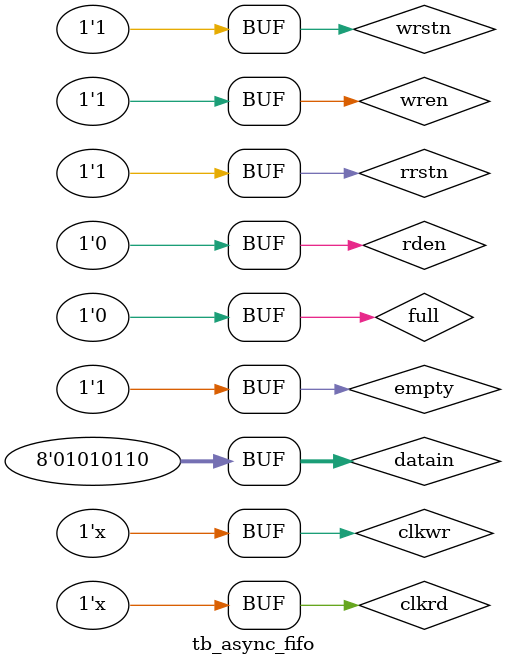
<source format=v>
`timescale  1ns / 1ps

module tb_async_fifo;

// async_fifo Parameters
parameter DATAWIDTH  = 8;
parameter ADDRWIDTH  = 5;

// async_fifo Inputs
reg   clkwr = 0;
reg   clkrd = 0;
reg   wrstn = 0;
reg   rrstn = 0;
reg   [7:0]  datain = 8'hF7;
reg   wren = 0;
reg   rden = 0;

// async_fifo Outputs
wire  [7:0]  dataout;
wire  full = 0;
wire  empty = 1;


parameter PERIOD_wr = 20;
parameter PERIOD_rd = 40;
always #(PERIOD_wr/2)  clkwr=~clkwr;
always #(PERIOD_rd/2)  clkrd=~clkrd;

initial
begin
    wren = 1;
    #(PERIOD_wr*2) 
    #(PERIOD_rd*2) rrstn  =  1;wrstn  =  1;
    #(PERIOD_wr*10) datain = 8'h7E;
    #500 wren = 0;
    #20  rden = 1;
    #400 rden = 0; datain = 8'h56;
    #30  wren = 1;
end

async_fifo #(
    .DATAWIDTH (8) ,
    .ADDRWIDTH (5)
) u_async_fifo (
    .clk_wr          (clkwr),
    .clk_rd          (clkrd),
    .wrst_n          (wrstn),
    .rrst_n          (rrstn),
    .I_data_in       (datain),
    .I_wren          (wren),
    .O_data_out      (dataout),
    .I_rden          (rden),
    .full          (full),
    .empty         (empty)
);

endmodule
</source>
